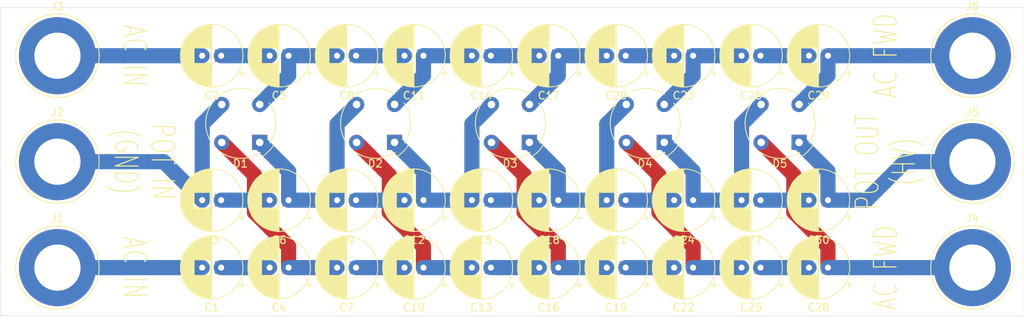
<source format=kicad_pcb>
(kicad_pcb (version 20171130) (host pcbnew "(5.1.2)-1")
  (title_block (title "Cockcroft-Walton module") (date 2019-05-03) (rev v1.1.1) (company "Univerza v Ljubljani") (comment 1 "PCB design"))
  (layers (0 F.Cu signal) (31 B.Cu signal) (34 B.Paste user) (35 F.Paste user) (36 B.SilkS user) (37 F.SilkS user) (38 B.Mask user) (39 F.Mask user) (44 Edge.Cuts user))
  (net 0 "")
  (net 1 "Net-(C1-Pad2)")
  (net 2 "Net-(C1-Pad1)")
  (net 3 "Net-(C2-Pad2)")
  (net 4 "Net-(C2-Pad1)")
  (net 5 "Net-(C3-Pad2)")
  (net 6 "Net-(C3-Pad1)")
  (net 7 "Net-(C4-Pad1)")
  (net 8 "Net-(C5-Pad1)")
  (net 9 "Net-(C6-Pad1)")
  (net 10 "Net-(C10-Pad2)")
  (net 11 "Net-(C11-Pad2)")
  (net 12 "Net-(C12-Pad2)")
  (net 13 "Net-(C10-Pad1)")
  (net 14 "Net-(C11-Pad1)")
  (net 15 "Net-(C12-Pad1)")
  (net 16 "Net-(C13-Pad1)")
  (net 17 "Net-(C14-Pad1)")
  (net 18 "Net-(C15-Pad1)")
  (net 19 "Net-(C16-Pad1)")
  (net 20 "Net-(C17-Pad1)")
  (net 21 "Net-(C18-Pad1)")
  (net 22 "Net-(C19-Pad1)")
  (net 23 "Net-(C20-Pad1)")
  (net 24 "Net-(C21-Pad1)")
  (net 25 "Net-(C22-Pad1)")
  (net 26 "Net-(C23-Pad1)")
  (net 27 "Net-(C24-Pad1)")
  (net 28 "Net-(C25-Pad1)")
  (net 29 "Net-(C26-Pad1)")
  (net 30 "Net-(C27-Pad1)")
  (net 31 "Net-(C28-Pad1)")
  (net 32 "Net-(C29-Pad1)")
  (net 33 "Net-(C30-Pad1)")
  (module Connector:Banana_Jack_1Pin (layer F.Cu) (at 203.2 71.12)
    (fp_text reference J6 (at 0 -6.5) (layer F.SilkS))
    (fp_text value Conn_01x01)
    (pad 1 thru_hole circle (at 0 0) (size 10.16 10.16) (drill 6.1) (layers *.Cu *.Mask) (net 32 "Net-(C29-Pad1)"))
  )
  (module Connector:Banana_Jack_1Pin (layer F.Cu) (at 203.2 85.09)
    (fp_text reference J5 (at 0 -6.5) (layer F.SilkS))
    (fp_text value Conn_01x01)
    (pad 1 thru_hole circle (at 0 0) (size 10.16 10.16) (drill 6.1) (layers *.Cu *.Mask) (net 33 "Net-(C30-Pad1)"))
  )
  (module Connector:Banana_Jack_1Pin (layer F.Cu) (at 203.2 99.06)
    (fp_text reference J4 (at 0 -6.5) (layer F.SilkS))
    (fp_text value Conn_01x01)
    (pad 1 thru_hole circle (at 0 0) (size 10.16 10.16) (drill 6.1) (layers *.Cu *.Mask) (net 31 "Net-(C28-Pad1)"))
  )
  (module Connector:Banana_Jack_1Pin (layer F.Cu) (at 82.55 71.12)
    (fp_text reference J3 (at 0 -6.5) (layer F.SilkS))
    (fp_text value Conn_01x01)
    (pad 1 thru_hole circle (at 0 0) (size 10.16 10.16) (drill 6.1) (layers *.Cu *.Mask) (net 3 "Net-(C2-Pad2)"))
  )
  (module Connector:Banana_Jack_1Pin (layer F.Cu) (at 82.55 85.09)
    (fp_text reference J2 (at 0 -6.5) (layer F.SilkS))
    (fp_text value Conn_01x01)
    (pad 1 thru_hole circle (at 0 0) (size 10.16 10.16) (drill 6.1) (layers *.Cu *.Mask) (net 5 "Net-(C3-Pad2)"))
  )
  (module Connector:Banana_Jack_1Pin (layer F.Cu) (at 82.55 99.06)
    (fp_text reference J1 (at 0 -6.5) (layer F.SilkS))
    (fp_text value Conn_01x01)
    (pad 1 thru_hole circle (at 0 0) (size 10.16 10.16) (drill 6.1) (layers *.Cu *.Mask) (net 1 "Net-(C1-Pad2)"))
  )
  (module Diode_THT:Diode_Bridge_Round_D9.0mm (layer F.Cu) (at 180.34 82.55 180)
    (fp_text reference D5 (at 2.54 -2.794) (layer F.SilkS))
    (fp_text value B250R)
    (pad 1 thru_hole rect (at 0 0 180) (size 2 2) (drill 1) (layers *.Cu *.Mask) (net 33 "Net-(C30-Pad1)"))
    (pad 3 thru_hole oval (at 5 5 180) (size 2 2) (drill 1) (layers *.Cu *.Mask) (net 27 "Net-(C24-Pad1)"))
    (pad 2 thru_hole oval (at 0 5 180) (size 2 2) (drill 1) (layers *.Cu *.Mask) (net 32 "Net-(C29-Pad1)"))
    (pad 4 thru_hole oval (at 5 0 180) (size 2 2) (drill 1) (layers *.Cu *.Mask) (net 31 "Net-(C28-Pad1)"))
  )
  (module Diode_THT:Diode_Bridge_Round_D9.0mm (layer F.Cu) (at 162.56 82.55 180)
    (fp_text reference D4 (at 2.54 -2.794) (layer F.SilkS))
    (fp_text value B250R)
    (pad 1 thru_hole rect (at 0 0 180) (size 2 2) (drill 1) (layers *.Cu *.Mask) (net 27 "Net-(C24-Pad1)"))
    (pad 3 thru_hole oval (at 5 5 180) (size 2 2) (drill 1) (layers *.Cu *.Mask) (net 21 "Net-(C18-Pad1)"))
    (pad 2 thru_hole oval (at 0 5 180) (size 2 2) (drill 1) (layers *.Cu *.Mask) (net 26 "Net-(C23-Pad1)"))
    (pad 4 thru_hole oval (at 5 0 180) (size 2 2) (drill 1) (layers *.Cu *.Mask) (net 25 "Net-(C22-Pad1)"))
  )
  (module Diode_THT:Diode_Bridge_Round_D9.0mm (layer F.Cu) (at 144.78 82.55 180)
    (fp_text reference D3 (at 2.54 -2.794) (layer F.SilkS))
    (fp_text value B250R)
    (pad 1 thru_hole rect (at 0 0 180) (size 2 2) (drill 1) (layers *.Cu *.Mask) (net 21 "Net-(C18-Pad1)"))
    (pad 3 thru_hole oval (at 5 5 180) (size 2 2) (drill 1) (layers *.Cu *.Mask) (net 15 "Net-(C12-Pad1)"))
    (pad 2 thru_hole oval (at 0 5 180) (size 2 2) (drill 1) (layers *.Cu *.Mask) (net 20 "Net-(C17-Pad1)"))
    (pad 4 thru_hole oval (at 5 0 180) (size 2 2) (drill 1) (layers *.Cu *.Mask) (net 19 "Net-(C16-Pad1)"))
  )
  (module Diode_THT:Diode_Bridge_Round_D9.0mm (layer F.Cu) (at 127 82.55 180)
    (fp_text reference D2 (at 2.54 -2.794) (layer F.SilkS))
    (fp_text value B250R)
    (pad 1 thru_hole rect (at 0 0 180) (size 2 2) (drill 1) (layers *.Cu *.Mask) (net 15 "Net-(C12-Pad1)"))
    (pad 3 thru_hole oval (at 5 5 180) (size 2 2) (drill 1) (layers *.Cu *.Mask) (net 9 "Net-(C6-Pad1)"))
    (pad 2 thru_hole oval (at 0 5 180) (size 2 2) (drill 1) (layers *.Cu *.Mask) (net 14 "Net-(C11-Pad1)"))
    (pad 4 thru_hole oval (at 5 0 180) (size 2 2) (drill 1) (layers *.Cu *.Mask) (net 13 "Net-(C10-Pad1)"))
  )
  (module Diode_THT:Diode_Bridge_Round_D9.0mm (layer F.Cu) (at 109.22 82.55 180)
    (fp_text reference D1 (at 2.54 -2.794) (layer F.SilkS))
    (fp_text value B250R)
    (pad 1 thru_hole rect (at 0 0 180) (size 2 2) (drill 1) (layers *.Cu *.Mask) (net 9 "Net-(C6-Pad1)"))
    (pad 3 thru_hole oval (at 5 5 180) (size 2 2) (drill 1) (layers *.Cu *.Mask) (net 5 "Net-(C3-Pad2)"))
    (pad 2 thru_hole oval (at 0 5 180) (size 2 2) (drill 1) (layers *.Cu *.Mask) (net 8 "Net-(C5-Pad1)"))
    (pad 4 thru_hole oval (at 5 0 180) (size 2 2) (drill 1) (layers *.Cu *.Mask) (net 7 "Net-(C4-Pad1)"))
  )
  (module Capacitor_THT:CP_Radial_D8.0mm_P2.50mm (layer F.Cu) (at 184.15 90.17 180)
    (fp_text reference C30 (at 1.25 -5.25) (layer F.SilkS))
    (fp_text value "1uF, 450V")
    (pad 2 thru_hole circle (at 2.5 0 180) (size 1.6 1.6) (drill 0.8) (layers *.Cu *.Mask) (net 30 "Net-(C27-Pad1)"))
    (pad 1 thru_hole rect (at 0 0 180) (size 1.6 1.6) (drill 0.8) (layers *.Cu *.Mask) (net 33 "Net-(C30-Pad1)"))
  )
  (module Capacitor_THT:CP_Radial_D8.0mm_P2.50mm (layer F.Cu) (at 184.15 71.12 180)
    (fp_text reference C29 (at 1.25 -5.25) (layer F.SilkS))
    (fp_text value "1uF, 450V")
    (pad 2 thru_hole circle (at 2.5 0 180) (size 1.6 1.6) (drill 0.8) (layers *.Cu *.Mask) (net 29 "Net-(C26-Pad1)"))
    (pad 1 thru_hole rect (at 0 0 180) (size 1.6 1.6) (drill 0.8) (layers *.Cu *.Mask) (net 32 "Net-(C29-Pad1)"))
  )
  (module Capacitor_THT:CP_Radial_D8.0mm_P2.50mm (layer F.Cu) (at 184.15 99.06 180)
    (fp_text reference C28 (at 1.25 -5.25) (layer F.SilkS))
    (fp_text value "1uF, 450V")
    (pad 2 thru_hole circle (at 2.5 0 180) (size 1.6 1.6) (drill 0.8) (layers *.Cu *.Mask) (net 28 "Net-(C25-Pad1)"))
    (pad 1 thru_hole rect (at 0 0 180) (size 1.6 1.6) (drill 0.8) (layers *.Cu *.Mask) (net 31 "Net-(C28-Pad1)"))
  )
  (module Capacitor_THT:CP_Radial_D8.0mm_P2.50mm (layer F.Cu) (at 175.26 90.17 180)
    (fp_text reference C27 (at 1.25 -5.25) (layer F.SilkS))
    (fp_text value "1uF, 450V")
    (pad 2 thru_hole circle (at 2.5 0 180) (size 1.6 1.6) (drill 0.8) (layers *.Cu *.Mask) (net 27 "Net-(C24-Pad1)"))
    (pad 1 thru_hole rect (at 0 0 180) (size 1.6 1.6) (drill 0.8) (layers *.Cu *.Mask) (net 30 "Net-(C27-Pad1)"))
  )
  (module Capacitor_THT:CP_Radial_D8.0mm_P2.50mm (layer F.Cu) (at 175.26 71.12 180)
    (fp_text reference C26 (at 1.25 -5.25) (layer F.SilkS))
    (fp_text value "1uF, 450V")
    (pad 2 thru_hole circle (at 2.5 0 180) (size 1.6 1.6) (drill 0.8) (layers *.Cu *.Mask) (net 26 "Net-(C23-Pad1)"))
    (pad 1 thru_hole rect (at 0 0 180) (size 1.6 1.6) (drill 0.8) (layers *.Cu *.Mask) (net 29 "Net-(C26-Pad1)"))
  )
  (module Capacitor_THT:CP_Radial_D8.0mm_P2.50mm (layer F.Cu) (at 175.26 99.06 180)
    (fp_text reference C25 (at 1.25 -5.25) (layer F.SilkS))
    (fp_text value "1uF, 450V")
    (pad 2 thru_hole circle (at 2.5 0 180) (size 1.6 1.6) (drill 0.8) (layers *.Cu *.Mask) (net 25 "Net-(C22-Pad1)"))
    (pad 1 thru_hole rect (at 0 0 180) (size 1.6 1.6) (drill 0.8) (layers *.Cu *.Mask) (net 28 "Net-(C25-Pad1)"))
  )
  (module Capacitor_THT:CP_Radial_D8.0mm_P2.50mm (layer F.Cu) (at 166.37 90.17 180)
    (fp_text reference C24 (at 1.25 -5.25) (layer F.SilkS))
    (fp_text value "1uF, 450V")
    (pad 2 thru_hole circle (at 2.5 0 180) (size 1.6 1.6) (drill 0.8) (layers *.Cu *.Mask) (net 24 "Net-(C21-Pad1)"))
    (pad 1 thru_hole rect (at 0 0 180) (size 1.6 1.6) (drill 0.8) (layers *.Cu *.Mask) (net 27 "Net-(C24-Pad1)"))
  )
  (module Capacitor_THT:CP_Radial_D8.0mm_P2.50mm (layer F.Cu) (at 166.37 71.12 180)
    (fp_text reference C23 (at 1.25 -5.25) (layer F.SilkS))
    (fp_text value "1uF, 450V")
    (pad 2 thru_hole circle (at 2.5 0 180) (size 1.6 1.6) (drill 0.8) (layers *.Cu *.Mask) (net 23 "Net-(C20-Pad1)"))
    (pad 1 thru_hole rect (at 0 0 180) (size 1.6 1.6) (drill 0.8) (layers *.Cu *.Mask) (net 26 "Net-(C23-Pad1)"))
  )
  (module Capacitor_THT:CP_Radial_D8.0mm_P2.50mm (layer F.Cu) (at 166.37 99.06 180)
    (fp_text reference C22 (at 1.25 -5.25) (layer F.SilkS))
    (fp_text value "1uF, 450V")
    (pad 2 thru_hole circle (at 2.5 0 180) (size 1.6 1.6) (drill 0.8) (layers *.Cu *.Mask) (net 22 "Net-(C19-Pad1)"))
    (pad 1 thru_hole rect (at 0 0 180) (size 1.6 1.6) (drill 0.8) (layers *.Cu *.Mask) (net 25 "Net-(C22-Pad1)"))
  )
  (module Capacitor_THT:CP_Radial_D8.0mm_P2.50mm (layer F.Cu) (at 157.48 90.17 180)
    (fp_text reference C21 (at 1.25 -5.25) (layer F.SilkS))
    (fp_text value "1uF, 450V")
    (pad 2 thru_hole circle (at 2.5 0 180) (size 1.6 1.6) (drill 0.8) (layers *.Cu *.Mask) (net 21 "Net-(C18-Pad1)"))
    (pad 1 thru_hole rect (at 0 0 180) (size 1.6 1.6) (drill 0.8) (layers *.Cu *.Mask) (net 24 "Net-(C21-Pad1)"))
  )
  (module Capacitor_THT:CP_Radial_D8.0mm_P2.50mm (layer F.Cu) (at 157.48 71.12 180)
    (fp_text reference C20 (at 1.25 -5.25) (layer F.SilkS))
    (fp_text value "1uF, 450V")
    (pad 2 thru_hole circle (at 2.5 0 180) (size 1.6 1.6) (drill 0.8) (layers *.Cu *.Mask) (net 20 "Net-(C17-Pad1)"))
    (pad 1 thru_hole rect (at 0 0 180) (size 1.6 1.6) (drill 0.8) (layers *.Cu *.Mask) (net 23 "Net-(C20-Pad1)"))
  )
  (module Capacitor_THT:CP_Radial_D8.0mm_P2.50mm (layer F.Cu) (at 157.48 99.06 180)
    (fp_text reference C19 (at 1.25 -5.25) (layer F.SilkS))
    (fp_text value "1uF, 450V")
    (pad 2 thru_hole circle (at 2.5 0 180) (size 1.6 1.6) (drill 0.8) (layers *.Cu *.Mask) (net 19 "Net-(C16-Pad1)"))
    (pad 1 thru_hole rect (at 0 0 180) (size 1.6 1.6) (drill 0.8) (layers *.Cu *.Mask) (net 22 "Net-(C19-Pad1)"))
  )
  (module Capacitor_THT:CP_Radial_D8.0mm_P2.50mm (layer F.Cu) (at 148.59 90.17 180)
    (fp_text reference C18 (at 1.25 -5.25) (layer F.SilkS))
    (fp_text value "1uF, 450V")
    (pad 2 thru_hole circle (at 2.5 0 180) (size 1.6 1.6) (drill 0.8) (layers *.Cu *.Mask) (net 18 "Net-(C15-Pad1)"))
    (pad 1 thru_hole rect (at 0 0 180) (size 1.6 1.6) (drill 0.8) (layers *.Cu *.Mask) (net 21 "Net-(C18-Pad1)"))
  )
  (module Capacitor_THT:CP_Radial_D8.0mm_P2.50mm (layer F.Cu) (at 148.59 71.12 180)
    (fp_text reference C17 (at 1.25 -5.25) (layer F.SilkS))
    (fp_text value "1uF, 450V")
    (pad 2 thru_hole circle (at 2.5 0 180) (size 1.6 1.6) (drill 0.8) (layers *.Cu *.Mask) (net 17 "Net-(C14-Pad1)"))
    (pad 1 thru_hole rect (at 0 0 180) (size 1.6 1.6) (drill 0.8) (layers *.Cu *.Mask) (net 20 "Net-(C17-Pad1)"))
  )
  (module Capacitor_THT:CP_Radial_D8.0mm_P2.50mm (layer F.Cu) (at 148.59 99.06 180)
    (fp_text reference C16 (at 1.25 -5.25) (layer F.SilkS))
    (fp_text value "1uF, 450V")
    (pad 2 thru_hole circle (at 2.5 0 180) (size 1.6 1.6) (drill 0.8) (layers *.Cu *.Mask) (net 16 "Net-(C13-Pad1)"))
    (pad 1 thru_hole rect (at 0 0 180) (size 1.6 1.6) (drill 0.8) (layers *.Cu *.Mask) (net 19 "Net-(C16-Pad1)"))
  )
  (module Capacitor_THT:CP_Radial_D8.0mm_P2.50mm (layer F.Cu) (at 139.7 90.17 180)
    (fp_text reference C15 (at 1.25 -5.25) (layer F.SilkS))
    (fp_text value "1uF, 450V")
    (pad 2 thru_hole circle (at 2.5 0 180) (size 1.6 1.6) (drill 0.8) (layers *.Cu *.Mask) (net 15 "Net-(C12-Pad1)"))
    (pad 1 thru_hole rect (at 0 0 180) (size 1.6 1.6) (drill 0.8) (layers *.Cu *.Mask) (net 18 "Net-(C15-Pad1)"))
  )
  (module Capacitor_THT:CP_Radial_D8.0mm_P2.50mm (layer F.Cu) (at 139.7 71.12 180)
    (fp_text reference C14 (at 1.25 -5.25) (layer F.SilkS))
    (fp_text value "1uF, 450V")
    (pad 2 thru_hole circle (at 2.5 0 180) (size 1.6 1.6) (drill 0.8) (layers *.Cu *.Mask) (net 14 "Net-(C11-Pad1)"))
    (pad 1 thru_hole rect (at 0 0 180) (size 1.6 1.6) (drill 0.8) (layers *.Cu *.Mask) (net 17 "Net-(C14-Pad1)"))
  )
  (module Capacitor_THT:CP_Radial_D8.0mm_P2.50mm (layer F.Cu) (at 139.7 99.06 180)
    (fp_text reference C13 (at 1.25 -5.25) (layer F.SilkS))
    (fp_text value "1uF, 450V")
    (pad 2 thru_hole circle (at 2.5 0 180) (size 1.6 1.6) (drill 0.8) (layers *.Cu *.Mask) (net 13 "Net-(C10-Pad1)"))
    (pad 1 thru_hole rect (at 0 0 180) (size 1.6 1.6) (drill 0.8) (layers *.Cu *.Mask) (net 16 "Net-(C13-Pad1)"))
  )
  (module Capacitor_THT:CP_Radial_D8.0mm_P2.50mm (layer F.Cu) (at 130.81 90.17 180)
    (fp_text reference C12 (at 1.25 -5.25) (layer F.SilkS))
    (fp_text value "1uF, 450V")
    (pad 2 thru_hole circle (at 2.5 0 180) (size 1.6 1.6) (drill 0.8) (layers *.Cu *.Mask) (net 12 "Net-(C12-Pad2)"))
    (pad 1 thru_hole rect (at 0 0 180) (size 1.6 1.6) (drill 0.8) (layers *.Cu *.Mask) (net 15 "Net-(C12-Pad1)"))
  )
  (module Capacitor_THT:CP_Radial_D8.0mm_P2.50mm (layer F.Cu) (at 130.81 71.12 180)
    (fp_text reference C11 (at 1.25 -5.25) (layer F.SilkS))
    (fp_text value "1uF, 450V")
    (pad 2 thru_hole circle (at 2.5 0 180) (size 1.6 1.6) (drill 0.8) (layers *.Cu *.Mask) (net 11 "Net-(C11-Pad2)"))
    (pad 1 thru_hole rect (at 0 0 180) (size 1.6 1.6) (drill 0.8) (layers *.Cu *.Mask) (net 14 "Net-(C11-Pad1)"))
  )
  (module Capacitor_THT:CP_Radial_D8.0mm_P2.50mm (layer F.Cu) (at 130.81 99.06 180)
    (fp_text reference C10 (at 1.25 -5.25) (layer F.SilkS))
    (fp_text value "1uF, 450V")
    (pad 2 thru_hole circle (at 2.5 0 180) (size 1.6 1.6) (drill 0.8) (layers *.Cu *.Mask) (net 10 "Net-(C10-Pad2)"))
    (pad 1 thru_hole rect (at 0 0 180) (size 1.6 1.6) (drill 0.8) (layers *.Cu *.Mask) (net 13 "Net-(C10-Pad1)"))
  )
  (module Capacitor_THT:CP_Radial_D8.0mm_P2.50mm (layer F.Cu) (at 121.92 90.17 180)
    (fp_text reference C9 (at 1.25 -5.25) (layer F.SilkS))
    (fp_text value "1uF, 450V")
    (pad 2 thru_hole circle (at 2.5 0 180) (size 1.6 1.6) (drill 0.8) (layers *.Cu *.Mask) (net 9 "Net-(C6-Pad1)"))
    (pad 1 thru_hole rect (at 0 0 180) (size 1.6 1.6) (drill 0.8) (layers *.Cu *.Mask) (net 12 "Net-(C12-Pad2)"))
  )
  (module Capacitor_THT:CP_Radial_D8.0mm_P2.50mm (layer F.Cu) (at 121.92 71.12 180)
    (fp_text reference C8 (at 1.25 -5.25) (layer F.SilkS))
    (fp_text value "1uF, 450V")
    (pad 2 thru_hole circle (at 2.5 0 180) (size 1.6 1.6) (drill 0.8) (layers *.Cu *.Mask) (net 8 "Net-(C5-Pad1)"))
    (pad 1 thru_hole rect (at 0 0 180) (size 1.6 1.6) (drill 0.8) (layers *.Cu *.Mask) (net 11 "Net-(C11-Pad2)"))
  )
  (module Capacitor_THT:CP_Radial_D8.0mm_P2.50mm (layer F.Cu) (at 121.92 99.06 180)
    (fp_text reference C7 (at 1.25 -5.25) (layer F.SilkS))
    (fp_text value "1uF, 450V")
    (pad 2 thru_hole circle (at 2.5 0 180) (size 1.6 1.6) (drill 0.8) (layers *.Cu *.Mask) (net 7 "Net-(C4-Pad1)"))
    (pad 1 thru_hole rect (at 0 0 180) (size 1.6 1.6) (drill 0.8) (layers *.Cu *.Mask) (net 10 "Net-(C10-Pad2)"))
  )
  (module Capacitor_THT:CP_Radial_D8.0mm_P2.50mm (layer F.Cu) (at 113.03 90.17 180)
    (fp_text reference C6 (at 1.25 -5.25) (layer F.SilkS))
    (fp_text value "1uF, 450V")
    (pad 2 thru_hole circle (at 2.5 0 180) (size 1.6 1.6) (drill 0.8) (layers *.Cu *.Mask) (net 6 "Net-(C3-Pad1)"))
    (pad 1 thru_hole rect (at 0 0 180) (size 1.6 1.6) (drill 0.8) (layers *.Cu *.Mask) (net 9 "Net-(C6-Pad1)"))
  )
  (module Capacitor_THT:CP_Radial_D8.0mm_P2.50mm (layer F.Cu) (at 113.03 71.12 180)
    (fp_text reference C5 (at 1.25 -5.25) (layer F.SilkS))
    (fp_text value "1uF, 450V")
    (pad 2 thru_hole circle (at 2.5 0 180) (size 1.6 1.6) (drill 0.8) (layers *.Cu *.Mask) (net 4 "Net-(C2-Pad1)"))
    (pad 1 thru_hole rect (at 0 0 180) (size 1.6 1.6) (drill 0.8) (layers *.Cu *.Mask) (net 8 "Net-(C5-Pad1)"))
  )
  (module Capacitor_THT:CP_Radial_D8.0mm_P2.50mm (layer F.Cu) (at 113.03 99.06 180)
    (fp_text reference C4 (at 1.25 -5.25) (layer F.SilkS))
    (fp_text value "1uF, 450V")
    (pad 2 thru_hole circle (at 2.5 0 180) (size 1.6 1.6) (drill 0.8) (layers *.Cu *.Mask) (net 2 "Net-(C1-Pad1)"))
    (pad 1 thru_hole rect (at 0 0 180) (size 1.6 1.6) (drill 0.8) (layers *.Cu *.Mask) (net 7 "Net-(C4-Pad1)"))
  )
  (module Capacitor_THT:CP_Radial_D8.0mm_P2.50mm (layer F.Cu) (at 104.14 90.17 180)
    (fp_text reference C3 (at 1.25 -5.25) (layer F.SilkS))
    (fp_text value "1uF, 450V")
    (pad 2 thru_hole circle (at 2.5 0 180) (size 1.6 1.6) (drill 0.8) (layers *.Cu *.Mask) (net 5 "Net-(C3-Pad2)"))
    (pad 1 thru_hole rect (at 0 0 180) (size 1.6 1.6) (drill 0.8) (layers *.Cu *.Mask) (net 6 "Net-(C3-Pad1)"))
  )
  (module Capacitor_THT:CP_Radial_D8.0mm_P2.50mm (layer F.Cu) (at 104.14 71.12 180)
    (fp_text reference C2 (at 1.25 -5.25) (layer F.SilkS))
    (fp_text value "1uF, 450V")
    (pad 2 thru_hole circle (at 2.5 0 180) (size 1.6 1.6) (drill 0.8) (layers *.Cu *.Mask) (net 3 "Net-(C2-Pad2)"))
    (pad 1 thru_hole rect (at 0 0 180) (size 1.6 1.6) (drill 0.8) (layers *.Cu *.Mask) (net 4 "Net-(C2-Pad1)"))
  )
  (module Capacitor_THT:CP_Radial_D8.0mm_P2.50mm (layer F.Cu) (at 104.14 99.06 180)
    (fp_text reference C1 (at 1.25 -5.25) (layer F.SilkS))
    (fp_text value "1uF, 450V")
    (pad 2 thru_hole circle (at 2.5 0 180) (size 1.6 1.6) (drill 0.8) (layers *.Cu *.Mask) (net 1 "Net-(C1-Pad2)"))
    (pad 1 thru_hole rect (at 0 0 180) (size 1.6 1.6) (drill 0.8) (layers *.Cu *.Mask) (net 2 "Net-(C1-Pad1)"))
  )
  (gr_text "POT OUT\n(HV)" (at 191.77 85.09 90) (layer F.SilkS) (effects (font (size 3 2))))
  (gr_text "POT IN\n(GND)" (at 93.98 85.09 -90) (layer F.SilkS) (effects (font (size 3 2))))
  (gr_text "AC FWD" (at 191.77 99.06 90) (layer F.SilkS) (effects (font (size 3 2))))
  (gr_text "AC FWD" (at 191.77 71.12 90) (layer F.SilkS) (effects (font (size 3 2))))
  (gr_text "AC IN" (at 92.71 99.06 -90) (layer F.SilkS) (effects (font (size 3 2))))
  (gr_text "AC IN" (at 92.71 71.12 -90) (layer F.SilkS) (effects (font (size 3 2))))
  (gr_line (start 75 105.41) (end 75 64.77) (layer Edge.Cuts) (width 0.05))
  (gr_line (start 210 105.41) (end 75 105.41) (layer Edge.Cuts) (width 0.05))
  (gr_line (start 210 64.77) (end 210 105.41) (layer Edge.Cuts) (width 0.05))
  (gr_line (start 75 64.77) (end 210 64.77) (layer Edge.Cuts) (width 0.05))
  (segment (start 91.44 99.06) (end 101.64 99.06) (width 2) (layer B.Cu) (net 1))
  (segment (start 91.44 99.06) (end 86.31501 99.06) (width 2) (layer B.Cu) (net 1))
  (segment (start 104.14 99.06) (end 110.53 99.06) (width 2) (layer B.Cu) (net 2))
  (segment (start 91.44 71.12) (end 101.64 71.12) (width 2) (layer B.Cu) (net 3))
  (segment (start 91.44 71.12) (end 85.44001 71.12) (width 0.25) (layer B.Cu) (net 3))
  (segment (start 82.55 71.12) (end 84.73999 71.12) (width 0.25) (layer B.Cu) (net 3))
  (segment (start 82.55 71.12) (end 83.86499 71.12) (width 2) (layer B.Cu) (net 3))
  (segment (start 91.44 71.12) (end 86.31501 71.12) (width 2) (layer B.Cu) (net 3))
  (segment (start 104.14 71.12) (end 110.53 71.12) (width 2) (layer B.Cu) (net 4))
  (segment (start 96.56 85.09) (end 101.64 90.17) (width 2) (layer B.Cu) (net 5))
  (segment (start 91.44 85.09) (end 96.56 85.09) (width 2) (layer B.Cu) (net 5))
  (segment (start 101.64 80.13) (end 101.64 90.17) (width 2) (layer B.Cu) (net 5))
  (segment (start 104.22 77.55) (end 101.64 80.13) (width 2) (layer B.Cu) (net 5))
  (segment (start 91.44 85.09) (end 86.31501 85.09) (width 2) (layer B.Cu) (net 5))
  (segment (start 104.14 90.17) (end 110.53 90.17) (width 2) (layer B.Cu) (net 6))
  (segment (start 113.03 99.06) (end 119.42 99.06) (width 2) (layer B.Cu) (net 7))
  (segment (start 113.03 96.26) (end 113.03 99.06) (width 2) (layer F.Cu) (net 7))
  (segment (start 108.529999 91.759999) (end 113.03 96.26) (width 2) (layer F.Cu) (net 7))
  (segment (start 108.529999 86.859999) (end 108.529999 91.759999) (width 2) (layer F.Cu) (net 7))
  (segment (start 104.22 82.55) (end 108.529999 86.859999) (width 2) (layer F.Cu) (net 7))
  (segment (start 113.03 71.12) (end 119.42 71.12) (width 2) (layer B.Cu) (net 8))
  (segment (start 113.03 73.74) (end 113.03 71.12) (width 2) (layer B.Cu) (net 8))
  (segment (start 109.22 77.55) (end 113.03 73.74) (width 2) (layer B.Cu) (net 8))
  (segment (start 113.03 90.17) (end 119.42 90.17) (width 2) (layer B.Cu) (net 9))
  (segment (start 119.42 80.13) (end 119.42 90.17) (width 2) (layer B.Cu) (net 9))
  (segment (start 122 77.55) (end 119.42 80.13) (width 2) (layer B.Cu) (net 9))
  (segment (start 113.03 86.36) (end 113.03 90.17) (width 2) (layer B.Cu) (net 9))
  (segment (start 109.22 82.55) (end 113.03 86.36) (width 2) (layer B.Cu) (net 9))
  (segment (start 121.92 99.06) (end 128.31 99.06) (width 2) (layer B.Cu) (net 10))
  (segment (start 121.92 71.12) (end 128.31 71.12) (width 2) (layer B.Cu) (net 11))
  (segment (start 121.92 90.17) (end 128.31 90.17) (width 2) (layer B.Cu) (net 12))
  (segment (start 130.81 99.06) (end 137.2 99.06) (width 2) (layer B.Cu) (net 13))
  (segment (start 130.81 96.26) (end 130.81 99.06) (width 2) (layer F.Cu) (net 13))
  (segment (start 126.309999 91.759999) (end 130.81 96.26) (width 2) (layer F.Cu) (net 13))
  (segment (start 126.309999 86.859999) (end 126.309999 91.759999) (width 2) (layer F.Cu) (net 13))
  (segment (start 122 82.55) (end 126.309999 86.859999) (width 2) (layer F.Cu) (net 13))
  (segment (start 130.81 71.12) (end 137.2 71.12) (width 2) (layer B.Cu) (net 14))
  (segment (start 130.81 73.74) (end 130.81 71.12) (width 2) (layer B.Cu) (net 14))
  (segment (start 127 77.55) (end 130.81 73.74) (width 2) (layer B.Cu) (net 14))
  (segment (start 130.81 90.17) (end 137.2 90.17) (width 2) (layer B.Cu) (net 15))
  (segment (start 137.2 80.13) (end 137.2 90.17) (width 2) (layer B.Cu) (net 15))
  (segment (start 139.78 77.55) (end 137.2 80.13) (width 2) (layer B.Cu) (net 15))
  (segment (start 130.81 86.36) (end 130.81 90.17) (width 2) (layer B.Cu) (net 15))
  (segment (start 127 82.55) (end 130.81 86.36) (width 2) (layer B.Cu) (net 15))
  (segment (start 139.7 99.06) (end 146.09 99.06) (width 2) (layer B.Cu) (net 16))
  (segment (start 139.7 71.12) (end 146.09 71.12) (width 2) (layer B.Cu) (net 17))
  (segment (start 139.7 90.17) (end 146.09 90.17) (width 2) (layer B.Cu) (net 18))
  (segment (start 148.59 99.06) (end 154.98 99.06) (width 2) (layer B.Cu) (net 19))
  (segment (start 148.59 96.26) (end 148.59 99.06) (width 2) (layer F.Cu) (net 19))
  (segment (start 144.089999 91.759999) (end 148.59 96.26) (width 2) (layer F.Cu) (net 19))
  (segment (start 144.089999 86.859999) (end 144.089999 91.759999) (width 2) (layer F.Cu) (net 19))
  (segment (start 139.78 82.55) (end 144.089999 86.859999) (width 2) (layer F.Cu) (net 19))
  (segment (start 148.59 71.12) (end 154.98 71.12) (width 2) (layer B.Cu) (net 20))
  (segment (start 148.59 73.74) (end 148.59 71.12) (width 2) (layer B.Cu) (net 20))
  (segment (start 144.78 77.55) (end 148.59 73.74) (width 2) (layer B.Cu) (net 20))
  (segment (start 148.59 90.17) (end 154.98 90.17) (width 2) (layer B.Cu) (net 21))
  (segment (start 154.98 80.13) (end 154.98 90.17) (width 2) (layer B.Cu) (net 21))
  (segment (start 157.56 77.55) (end 154.98 80.13) (width 2) (layer B.Cu) (net 21))
  (segment (start 148.59 86.36) (end 148.59 90.17) (width 2) (layer B.Cu) (net 21))
  (segment (start 144.78 82.55) (end 148.59 86.36) (width 2) (layer B.Cu) (net 21))
  (segment (start 157.48 99.06) (end 163.87 99.06) (width 2) (layer B.Cu) (net 22))
  (segment (start 157.48 71.12) (end 163.87 71.12) (width 2) (layer B.Cu) (net 23))
  (segment (start 157.48 90.17) (end 163.87 90.17) (width 2) (layer B.Cu) (net 24))
  (segment (start 166.37 99.06) (end 172.76 99.06) (width 2) (layer B.Cu) (net 25))
  (segment (start 166.37 96.26) (end 166.37 99.06) (width 2) (layer F.Cu) (net 25))
  (segment (start 161.869999 91.759999) (end 166.37 96.26) (width 2) (layer F.Cu) (net 25))
  (segment (start 161.869999 86.859999) (end 161.869999 91.759999) (width 2) (layer F.Cu) (net 25))
  (segment (start 157.56 82.55) (end 161.869999 86.859999) (width 2) (layer F.Cu) (net 25))
  (segment (start 166.37 71.12) (end 172.76 71.12) (width 2) (layer B.Cu) (net 26))
  (segment (start 166.37 73.74) (end 166.37 71.12) (width 2) (layer B.Cu) (net 26))
  (segment (start 162.56 77.55) (end 166.37 73.74) (width 2) (layer B.Cu) (net 26))
  (segment (start 166.37 90.17) (end 172.76 90.17) (width 2) (layer B.Cu) (net 27))
  (segment (start 172.76 80.13) (end 172.76 90.17) (width 2) (layer B.Cu) (net 27))
  (segment (start 175.34 77.55) (end 172.76 80.13) (width 2) (layer B.Cu) (net 27))
  (segment (start 166.37 86.36) (end 166.37 90.17) (width 2) (layer B.Cu) (net 27))
  (segment (start 162.56 82.55) (end 166.37 86.36) (width 2) (layer B.Cu) (net 27))
  (segment (start 175.26 99.06) (end 181.65 99.06) (width 2) (layer B.Cu) (net 28))
  (segment (start 175.26 71.12) (end 181.65 71.12) (width 2) (layer B.Cu) (net 29))
  (segment (start 175.26 90.17) (end 181.65 90.17) (width 2) (layer B.Cu) (net 30))
  (segment (start 184.15 99.06) (end 194.31 99.06) (width 2) (layer B.Cu) (net 31))
  (segment (start 184.15 96.26) (end 184.15 99.06) (width 2) (layer F.Cu) (net 31))
  (segment (start 179.649999 91.759999) (end 184.15 96.26) (width 2) (layer F.Cu) (net 31))
  (segment (start 179.649999 86.859999) (end 179.649999 91.759999) (width 2) (layer F.Cu) (net 31))
  (segment (start 175.34 82.55) (end 179.649999 86.859999) (width 2) (layer F.Cu) (net 31))
  (segment (start 194.31 99.06) (end 199.43499 99.06) (width 2) (layer B.Cu) (net 31))
  (segment (start 184.15 71.12) (end 194.31 71.12) (width 2) (layer B.Cu) (net 32))
  (segment (start 184.15 73.74) (end 184.15 71.12) (width 2) (layer B.Cu) (net 32))
  (segment (start 180.34 77.55) (end 184.15 73.74) (width 2) (layer B.Cu) (net 32))
  (segment (start 194.31 71.12) (end 199.43499 71.12) (width 2) (layer B.Cu) (net 32))
  (segment (start 189.23 90.17) (end 194.31 85.09) (width 2) (layer B.Cu) (net 33))
  (segment (start 184.15 90.17) (end 189.23 90.17) (width 2) (layer B.Cu) (net 33))
  (segment (start 184.15 86.36) (end 184.15 90.17) (width 2) (layer B.Cu) (net 33))
  (segment (start 180.34 82.55) (end 184.15 86.36) (width 2) (layer B.Cu) (net 33))
  (segment (start 194.31 85.09) (end 199.43499 85.09) (width 2) (layer B.Cu) (net 33))
)
</source>
